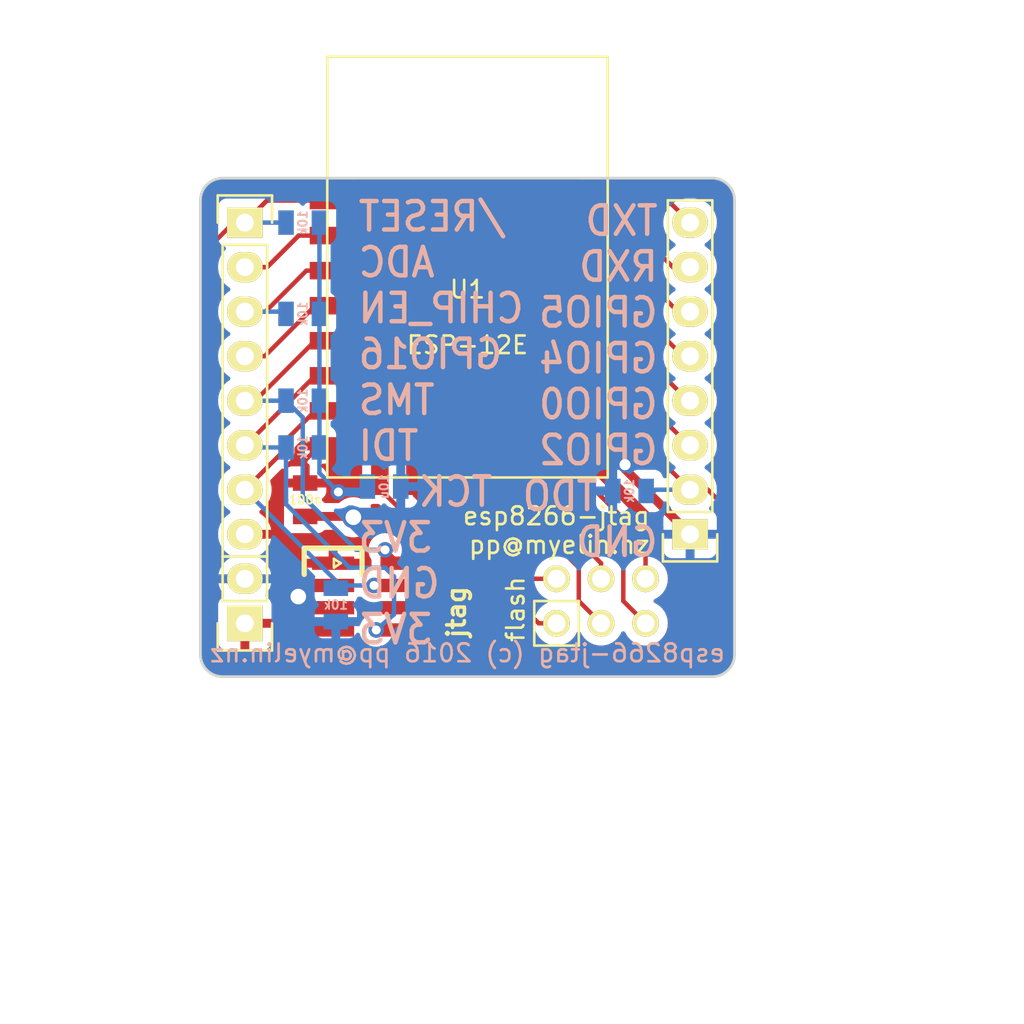
<source format=kicad_pcb>
(kicad_pcb (version 20221018) (generator pcbnew)
  (layers (0 "F.Cu" signal) (31 "B.Cu" signal) (34 "B.Paste" user) (35 "F.Paste" user) (36 "B.SilkS" user "B.Silkscreen") (37 "F.SilkS" user "F.Silkscreen") (38 "B.Mask" user) (39 "F.Mask" user) (44 "Edge.Cuts" user))
  (net 0 "")
  (net 1 "/nreset")
  (net 2 "Net-(CON1-Pad9)")
  (net 3 "/tdi")
  (net 4 "Net-(CON1-Pad7)")
  (net 5 "/3v3")
  (net 6 "/tms")
  (net 7 "/gnd")
  (net 8 "/tck")
  (net 9 "/tdo")
  (net 10 "/adc")
  (net 11 "/chip_en")
  (net 12 "/gpio16")
  (net 13 "/cs0")
  (net 14 "/miso")
  (net 15 "/gpio9")
  (net 16 "/gpio10")
  (net 17 "/mosi")
  (net 18 "/sclk")
  (net 19 "/gpio2")
  (net 20 "/gpio0")
  (net 21 "/gpio4")
  (net 22 "/gpio5")
  (net 23 "/u0rxd")
  (net 24 "/u0txd")
  (footprint "myelin-kicad:ESP8266-ESP-12E" (layer "F.Cu") (at 143.51 93.98)
    (fp_text reference "U1" (at 0 1.27 180) (layer "F.SilkS"))
    (fp_text value "ESP-12E" (at 0 4.445 180) (layer "F.SilkS"))
    (fp_line (start -8 -12) (end -8 12) (stroke (width 0.15)) (layer "F.SilkS"))
    (fp_line (start -8 12) (end 8 12) (stroke (width 0.15)) (layer "F.SilkS"))
    (fp_line (start 8 -12) (end -8 -12) (stroke (width 0.15)) (layer "F.SilkS"))
    (fp_line (start 8 -12) (end 8 12) (stroke (width 0.15)) (layer "F.SilkS"))
    (pad "1" smd rect (at -7.8 -3.8) (size 2.4 1) (layers "F.Cu" "F.Paste" "F.Mask") (net 1 "/nreset"))
    (pad "2" smd rect (at -7.8 -1.8) (size 2.4 1) (layers "F.Cu" "F.Paste" "F.Mask") (net 10 "/adc"))
    (pad "3" smd rect (at -7.8 0.2) (size 2.4 1) (layers "F.Cu" "F.Paste" "F.Mask") (net 11 "/chip_en"))
    (pad "4" smd rect (at -7.8 2.2) (size 2.4 1) (layers "F.Cu" "F.Paste" "F.Mask") (net 12 "/gpio16"))
    (pad "5" smd rect (at -7.8 4.2) (size 2.4 1) (layers "F.Cu" "F.Paste" "F.Mask") (net 6 "/tms"))
    (pad "6" smd rect (at -7.8 6.2) (size 2.4 1) (layers "F.Cu" "F.Paste" "F.Mask") (net 3 "/tdi"))
    (pad "7" smd rect (at -7.8 8.2) (size 2.4 1) (layers "F.Cu" "F.Paste" "F.Mask") (net 8 "/tck"))
    (pad "8" smd rect (at -7.8 10.2) (size 2.4 1) (layers "F.Cu" "F.Paste" "F.Mask") (net 5 "/3v3"))
    (pad "9" smd rect (at -5 11.8) (size 1 2.4) (layers "F.Cu" "F.Paste" "F.Mask") (net 13 "/cs0"))
    (pad "10" smd rect (at -3 11.8) (size 1 2.4) (layers "F.Cu" "F.Paste" "F.Mask") (net 14 "/miso"))
    (pad "11" smd rect (at -1 11.8) (size 1 2.4) (layers "F.Cu" "F.Paste" "F.Mask") (net 15 "/gpio9"))
    (pad "12" smd rect (at 1 11.8) (size 1 2.4) (layers "F.Cu" "F.Paste" "F.Mask") (net 16 "/gpio10"))
    (pad "13" smd rect (at 3 11.8) (size 1 2.4) (layers "F.Cu" "F.Paste" "F.Mask") (net 17 "/mosi"))
    (pad "14" smd rect (at 5 11.8) (size 1 2.4) (layers "F.Cu" "F.Paste" "F.Mask") (net 18 "/sclk"))
    (pad "15" smd rect (at 7.8 10.2) (size 2.4 1) (layers "F.Cu" "F.Paste" "F.Mask") (net 7 "/gnd"))
    (pad "16" smd rect (at 7.8 8.2) (size 2.4 1) (layers "F.Cu" "F.Paste" "F.Mask") (net 9 "/tdo"))
    (pad "17" smd rect (at 7.8 6.2) (size 2.4 1) (layers "F.Cu" "F.Paste" "F.Mask") (net 19 "/gpio2"))
    (pad "18" smd rect (at 7.8 4.2) (size 2.4 1) (layers "F.Cu" "F.Paste" "F.Mask") (net 20 "/gpio0"))
    (pad "19" smd rect (at 7.8 2.2) (size 2.4 1) (layers "F.Cu" "F.Paste" "F.Mask") (net 21 "/gpio4"))
    (pad "20" smd rect (at 7.8 0.2) (size 2.4 1) (layers "F.Cu" "F.Paste" "F.Mask") (net 22 "/gpio5"))
    (pad "21" smd rect (at 7.8 -1.8) (size 2.4 1) (layers "F.Cu" "F.Paste" "F.Mask") (net 23 "/u0rxd"))
    (pad "22" smd rect (at 7.8 -3.8) (size 2.4 1) (layers "F.Cu" "F.Paste" "F.Mask") (net 24 "/u0txd"))
  )
  (footprint "Pin_Headers:Pin_Header_Straight_1x08" (layer "F.Cu") (at 130.81 91.44)
    (fp_text reference "P1" hide)
    (fp_text value "CONN_01X08" hide)
    (fp_line (start -1.55 -1.55) (end 1.55 -1.55) (stroke (width 0.15)) (layer "F.SilkS"))
    (fp_line (start -1.55 0) (end -1.55 -1.55) (stroke (width 0.15)) (layer "F.SilkS"))
    (fp_line (start -1.27 19.05) (end -1.27 1.27) (stroke (width 0.15)) (layer "F.SilkS"))
    (fp_line (start 1.27 1.27) (end -1.27 1.27) (stroke (width 0.15)) (layer "F.SilkS"))
    (fp_line (start 1.27 1.27) (end 1.27 19.05) (stroke (width 0.15)) (layer "F.SilkS"))
    (fp_line (start 1.27 19.05) (end -1.27 19.05) (stroke (width 0.15)) (layer "F.SilkS"))
    (fp_line (start 1.55 -1.55) (end 1.55 0) (stroke (width 0.15)) (layer "F.SilkS"))
    (pad "1" thru_hole rect (at 0 0) (size 2.032 1.7272) (drill 1.016) (layers "*.Cu" "*.Mask" "F.SilkS") (net 1 "/nreset"))
    (pad "2" thru_hole oval (at 0 2.54) (size 2.032 1.7272) (drill 1.016) (layers "*.Cu" "*.Mask" "F.SilkS") (net 10 "/adc"))
    (pad "3" thru_hole oval (at 0 5.08) (size 2.032 1.7272) (drill 1.016) (layers "*.Cu" "*.Mask" "F.SilkS") (net 11 "/chip_en"))
    (pad "4" thru_hole oval (at 0 7.62) (size 2.032 1.7272) (drill 1.016) (layers "*.Cu" "*.Mask" "F.SilkS") (net 12 "/gpio16"))
    (pad "5" thru_hole oval (at 0 10.16) (size 2.032 1.7272) (drill 1.016) (layers "*.Cu" "*.Mask" "F.SilkS") (net 6 "/tms"))
    (pad "6" thru_hole oval (at 0 12.7) (size 2.032 1.7272) (drill 1.016) (layers "*.Cu" "*.Mask" "F.SilkS") (net 3 "/tdi"))
    (pad "7" thru_hole oval (at 0 15.24) (size 2.032 1.7272) (drill 1.016) (layers "*.Cu" "*.Mask" "F.SilkS") (net 8 "/tck"))
    (pad "8" thru_hole oval (at 0 17.78) (size 2.032 1.7272) (drill 1.016) (layers "*.Cu" "*.Mask" "F.SilkS") (net 5 "/3v3"))
  )
  (footprint "Pin_Headers:Pin_Header_Straight_1x08" (layer "F.Cu") (at 156.21 109.22 180)
    (fp_text reference "P3" hide)
    (fp_text value "CONN_01X08" hide)
    (fp_line (start -1.55 -1.55) (end 1.55 -1.55) (stroke (width 0.15)) (layer "F.SilkS"))
    (fp_line (start -1.55 0) (end -1.55 -1.55) (stroke (width 0.15)) (layer "F.SilkS"))
    (fp_line (start -1.27 19.05) (end -1.27 1.27) (stroke (width 0.15)) (layer "F.SilkS"))
    (fp_line (start 1.27 1.27) (end -1.27 1.27) (stroke (width 0.15)) (layer "F.SilkS"))
    (fp_line (start 1.27 1.27) (end 1.27 19.05) (stroke (width 0.15)) (layer "F.SilkS"))
    (fp_line (start 1.27 19.05) (end -1.27 19.05) (stroke (width 0.15)) (layer "F.SilkS"))
    (fp_line (start 1.55 -1.55) (end 1.55 0) (stroke (width 0.15)) (layer "F.SilkS"))
    (pad "1" thru_hole rect (at 0 0 180) (size 2.032 1.7272) (drill 1.016) (layers "*.Cu" "*.Mask" "F.SilkS") (net 7 "/gnd"))
    (pad "2" thru_hole oval (at 0 2.54 180) (size 2.032 1.7272) (drill 1.016) (layers "*.Cu" "*.Mask" "F.SilkS") (net 9 "/tdo"))
    (pad "3" thru_hole oval (at 0 5.08 180) (size 2.032 1.7272) (drill 1.016) (layers "*.Cu" "*.Mask" "F.SilkS") (net 19 "/gpio2"))
    (pad "4" thru_hole oval (at 0 7.62 180) (size 2.032 1.7272) (drill 1.016) (layers "*.Cu" "*.Mask" "F.SilkS") (net 20 "/gpio0"))
    (pad "5" thru_hole oval (at 0 10.16 180) (size 2.032 1.7272) (drill 1.016) (layers "*.Cu" "*.Mask" "F.SilkS") (net 21 "/gpio4"))
    (pad "6" thru_hole oval (at 0 12.7 180) (size 2.032 1.7272) (drill 1.016) (layers "*.Cu" "*.Mask" "F.SilkS") (net 22 "/gpio5"))
    (pad "7" thru_hole oval (at 0 15.24 180) (size 2.032 1.7272) (drill 1.016) (layers "*.Cu" "*.Mask" "F.SilkS") (net 23 "/u0rxd"))
    (pad "8" thru_hole oval (at 0 17.78 180) (size 2.032 1.7272) (drill 1.016) (layers "*.Cu" "*.Mask" "F.SilkS") (net 24 "/u0txd"))
  )
  (footprint "myelin-kicad:C0805_nosilkscreen" (layer "F.Cu") (at 134.25 107.25 -90)
    (fp_text reference "C2" hide)
    (fp_text value "100n" (at 0 0) (layer "F.SilkS") (effects (font (size 0.50038 0.50038) (thickness 0.10922))))
    (pad "1" smd rect (at -0.9525 0 270) (size 0.889 1.397) (layers "F.Cu" "F.Paste" "F.Mask") (net 5 "/3v3"))
    (pad "2" smd rect (at 0.9525 0 270) (size 0.889 1.397) (layers "F.Cu" "F.Paste" "F.Mask") (net 7 "/gnd"))
  )
  (footprint "myelin-kicad:pin_array_5x2_50mil_smd" (layer "F.Cu") (at 137.795 113.411 -90)
    (fp_text reference "CON1" hide)
    (fp_text value "jtag" (at 0.254 -5.08 90) (layer "F.SilkS") (effects (font (size 1.016 1.016) (thickness 0.2032))))
    (fp_line (start -3.4 3.6) (end -3.4 0.3) (stroke (width 0.3)) (layer "F.SilkS"))
    (fp_line (start -2.794 1.905) (end -2.413 1.905) (stroke (width 0.15)) (layer "F.SilkS"))
    (fp_line (start -2.54 1.524) (end -2.794 1.905) (stroke (width 0.15)) (layer "F.SilkS"))
    (fp_line (start -2.413 1.905) (end -2.286 1.905) (stroke (width 0.15)) (layer "F.SilkS"))
    (fp_line (start -2.286 1.905) (end -2.54 1.524) (stroke (width 0.15)) (layer "F.SilkS"))
    (fp_line (start -1.9 0.3) (end -3.4 0.3) (stroke (width 0.3)) (layer "F.SilkS"))
    (fp_line (start -1.9 3.6) (end -3.4 3.6) (stroke (width 0.3)) (layer "F.SilkS"))
    (pad "1" smd rect (at -2.54 1.95 270) (size 0.76 2.4) (layers "F.Cu" "F.Paste" "F.Mask") (net 5 "/3v3"))
    (pad "2" smd rect (at -2.54 -1.95 270) (size 0.76 2.4) (layers "F.Cu" "F.Paste" "F.Mask") (net 6 "/tms"))
    (pad "3" smd rect (at -1.27 1.95 270) (size 0.76 2.4) (layers "F.Cu" "F.Paste" "F.Mask") (net 7 "/gnd"))
    (pad "4" smd rect (at -1.27 -1.95 270) (size 0.76 2.4) (layers "F.Cu" "F.Paste" "F.Mask") (net 8 "/tck"))
    (pad "5" smd rect (at 0 1.95 270) (size 0.76 2.4) (layers "F.Cu" "F.Paste" "F.Mask") (net 7 "/gnd"))
    (pad "6" smd rect (at 0 -1.95 270) (size 0.76 2.4) (layers "F.Cu" "F.Paste" "F.Mask") (net 9 "/tdo"))
    (pad "7" smd rect (at 1.27 1.95 270) (size 0.76 2.4) (layers "F.Cu" "F.Paste" "F.Mask") (net 4 "Net-(CON1-Pad7)"))
    (pad "8" smd rect (at 1.27 -1.95 270) (size 0.76 2.4) (layers "F.Cu" "F.Paste" "F.Mask") (net 3 "/tdi"))
    (pad "9" smd rect (at 2.54 1.95 270) (size 0.76 2.4) (layers "F.Cu" "F.Paste" "F.Mask") (net 2 "Net-(CON1-Pad9)"))
    (pad "10" smd rect (at 2.54 -1.95 270) (size 0.76 2.4) (layers "F.Cu" "F.Paste" "F.Mask") (net 1 "/nreset"))
  )
  (footprint "myelin-kicad:pin_array_2x3_100mil_pth" (layer "F.Cu") (at 151.13 113.03)
    (fp_text reference "P2" hide)
    (fp_text value "flash" (at -4.88 0.47 90) (layer "F.SilkS"))
    (fp_line (start -3.81 0) (end -3.81 2.54) (stroke (width 0.15)) (layer "F.SilkS"))
    (fp_line (start -3.81 2.54) (end -1.27 2.54) (stroke (width 0.15)) (layer "F.SilkS"))
    (fp_line (start -1.27 0) (end -3.81 0) (stroke (width 0.15)) (layer "F.SilkS"))
    (fp_line (start -1.27 2.54) (end -1.27 0) (stroke (width 0.15)) (layer "F.SilkS"))
    (pad "1" thru_hole circle (at -2.54 1.27) (size 1.524 1.524) (drill 1.016) (layers "*.Cu" "*.Mask" "F.SilkS") (net 13 "/cs0"))
    (pad "2" thru_hole circle (at -2.54 -1.27) (size 1.524 1.524) (drill 1.016) (layers "*.Cu" "*.Mask" "F.SilkS") (net 14 "/miso"))
    (pad "3" thru_hole circle (at 0 1.27) (size 1.524 1.524) (drill 1.016) (layers "*.Cu" "*.Mask" "F.SilkS") (net 15 "/gpio9"))
    (pad "4" thru_hole circle (at 0 -1.27) (size 1.524 1.524) (drill 1.016) (layers "*.Cu" "*.Mask" "F.SilkS") (net 16 "/gpio10"))
    (pad "5" thru_hole circle (at 2.54 1.27) (size 1.524 1.524) (drill 1.016) (layers "*.Cu" "*.Mask" "F.SilkS") (net 17 "/mosi"))
    (pad "6" thru_hole circle (at 2.54 -1.27) (size 1.524 1.524) (drill 1.016) (layers "*.Cu" "*.Mask" "F.SilkS") (net 18 "/sclk"))
  )
  (footprint "Pin_Headers:Pin_Header_Straight_1x02" (layer "F.Cu") (at 130.81 114.3 180)
    (fp_text reference "P4" hide)
    (fp_text value "CONN_01X02" hide)
    (fp_line (start -1.55 -1.55) (end 1.55 -1.55) (stroke (width 0.15)) (layer "F.SilkS"))
    (fp_line (start -1.55 0) (end -1.55 -1.55) (stroke (width 0.15)) (layer "F.SilkS"))
    (fp_line (start -1.27 1.27) (end -1.27 3.81) (stroke (width 0.15)) (layer "F.SilkS"))
    (fp_line (start -1.27 3.81) (end 1.27 3.81) (stroke (width 0.15)) (layer "F.SilkS"))
    (fp_line (start 1.27 1.27) (end -1.27 1.27) (stroke (width 0.15)) (layer "F.SilkS"))
    (fp_line (start 1.27 1.27) (end 1.27 3.81) (stroke (width 0.15)) (layer "F.SilkS"))
    (fp_line (start 1.55 -1.55) (end 1.55 0) (stroke (width 0.15)) (layer "F.SilkS"))
    (pad "1" thru_hole rect (at 0 0 180) (size 2.032 2.032) (drill 1.016) (layers "*.Cu" "*.Mask" "F.SilkS") (net 5 "/3v3"))
    (pad "2" thru_hole oval (at 0 2.54 180) (size 2.032 1.7272) (drill 1.016) (layers "*.Cu" "*.Mask" "F.SilkS") (net 7 "/gnd"))
  )
  (footprint "myelin-kicad:C0805_nosilkscreen" (layer "B.Cu") (at 138.75 106.5)
    (fp_text reference "C1" hide)
    (fp_text value "10u" (at 0 0 270) (layer "B.SilkS") (effects (font (size 0.50038 0.50038) (thickness 0.10922)) (justify mirror)))
    (pad "1" smd rect (at -0.9525 0) (size 0.889 1.397) (layers "B.Cu" "B.Paste" "B.Mask") (net 5 "/3v3"))
    (pad "2" smd rect (at 0.9525 0) (size 0.889 1.397) (layers "B.Cu" "B.Paste" "B.Mask") (net 7 "/gnd"))
  )
  (footprint "myelin-kicad:R0805_nosilkscreen" (layer "B.Cu") (at 134.112 91.44)
    (fp_text reference "R1" hide)
    (fp_text value "10k" (at 0 0 270) (layer "B.SilkS") (effects (font (size 0.50038 0.50038) (thickness 0.10922)) (justify mirror)))
    (pad "1" smd rect (at -0.9525 0) (size 0.889 1.397) (layers "B.Cu" "B.Paste" "B.Mask") (net 1 "/nreset"))
    (pad "2" smd rect (at 0.9525 0) (size 0.889 1.397) (layers "B.Cu" "B.Paste" "B.Mask") (net 5 "/3v3"))
  )
  (footprint "myelin-kicad:R0805_nosilkscreen" (layer "B.Cu") (at 134.112 96.647)
    (fp_text reference "R2" hide)
    (fp_text value "10k" (at 0 0 270) (layer "B.SilkS") (effects (font (size 0.50038 0.50038) (thickness 0.10922)) (justify mirror)))
    (pad "1" smd rect (at -0.9525 0) (size 0.889 1.397) (layers "B.Cu" "B.Paste" "B.Mask") (net 11 "/chip_en"))
    (pad "2" smd rect (at 0.9525 0) (size 0.889 1.397) (layers "B.Cu" "B.Paste" "B.Mask") (net 5 "/3v3"))
  )
  (footprint "myelin-kicad:R0805_nosilkscreen" (layer "B.Cu") (at 152.75 106.75)
    (fp_text reference "R3" hide)
    (fp_text value "10k" (at 0 0 270) (layer "B.SilkS") (effects (font (size 0.50038 0.50038) (thickness 0.10922)) (justify mirror)))
    (pad "1" smd rect (at -0.9525 0) (size 0.889 1.397) (layers "B.Cu" "B.Paste" "B.Mask") (net 7 "/gnd"))
    (pad "2" smd rect (at 0.9525 0) (size 0.889 1.397) (layers "B.Cu" "B.Paste" "B.Mask") (net 9 "/tdo"))
  )
  (footprint "myelin-kicad:R0805_nosilkscreen" (layer "B.Cu") (at 134.112 101.6 180)
    (fp_text reference "R4" hide)
    (fp_text value "10k" (at 0 0 90) (layer "B.SilkS") (effects (font (size 0.50038 0.50038) (thickness 0.10922)) (justify mirror)))
    (pad "1" smd rect (at -0.9525 0 180) (size 0.889 1.397) (layers "B.Cu" "B.Paste" "B.Mask") (net 5 "/3v3"))
    (pad "2" smd rect (at 0.9525 0 180) (size 0.889 1.397) (layers "B.Cu" "B.Paste" "B.Mask") (net 6 "/tms"))
  )
  (footprint "myelin-kicad:R0805_nosilkscreen" (layer "B.Cu") (at 134.112 104.267 180)
    (fp_text reference "R5" hide)
    (fp_text value "10k" (at 0 0 90) (layer "B.SilkS") (effects (font (size 0.50038 0.50038) (thickness 0.10922)) (justify mirror)))
    (pad "1" smd rect (at -0.9525 0 180) (size 0.889 1.397) (layers "B.Cu" "B.Paste" "B.Mask") (net 5 "/3v3"))
    (pad "2" smd rect (at 0.9525 0 180) (size 0.889 1.397) (layers "B.Cu" "B.Paste" "B.Mask") (net 3 "/tdi"))
  )
  (footprint "myelin-kicad:R0805_nosilkscreen" (layer "B.Cu") (at 136 113.25 90)
    (fp_text reference "R6" hide)
    (fp_text value "10k" (at 0 0) (layer "B.SilkS") (effects (font (size 0.50038 0.50038) (thickness 0.10922)) (justify mirror)))
    (pad "1" smd rect (at -0.9525 0 90) (size 0.889 1.397) (layers "B.Cu" "B.Paste" "B.Mask") (net 7 "/gnd"))
    (pad "2" smd rect (at 0.9525 0 90) (size 0.889 1.397) (layers "B.Cu" "B.Paste" "B.Mask") (net 8 "/tck"))
  )
  (gr_line (start 158.75 116.078) (end 158.75 90.17) (stroke (width 0.15)) (layer "Edge.Cuts"))
  (gr_line (start 157.48 88.9) (end 129.54 88.9) (stroke (width 0.15)) (layer "Edge.Cuts"))
  (gr_arc (start 129.54 117.348) (mid 128.641974 116.976026) (end 128.27 116.078) (stroke (width 0.15)) (layer "Edge.Cuts"))
  (gr_line (start 129.54 117.348) (end 157.48 117.348) (stroke (width 0.15)) (layer "Edge.Cuts"))
  (gr_arc (start 157.48 88.9) (mid 158.378026 89.271974) (end 158.75 90.17) (stroke (width 0.15)) (layer "Edge.Cuts"))
  (gr_arc (start 128.27 90.17) (mid 128.641974 89.271974) (end 129.54 88.9) (stroke (width 0.15)) (layer "Edge.Cuts"))
  (gr_arc (start 158.75 116.078) (mid 158.378026 116.976026) (end 157.48 117.348) (stroke (width 0.15)) (layer "Edge.Cuts"))
  (gr_line (start 128.27 90.17) (end 128.27 116.078) (stroke (width 0.15)) (layer "Edge.Cuts"))
  (gr_text "TXD\nRXD\nGPIO5\nGPIO4\nGPIO0\nGPIO2\n   TDO\nGND" (at 154.5 100.5) (layer "B.SilkS") (effects (font (size 1.6256 1.5) (thickness 0.254)) (justify left mirror)))
  (gr_text "esp8266-jtag (c) 2016 pp@myelin.nz" (at 143.5 116) (layer "B.SilkS") (effects (font (size 1.016 1.016) (thickness 0.1524)) (justify mirror)))
  (gr_text "/RESET\nADC\nCHIP_EN\nGPIO16\nTMS\nTDI\nTCK   \n3V3\nGND\n3V3" (at 137.16 102.87) (layer "B.SilkS") (effects (font (size 1.6256 1.5) (thickness 0.254)) (justify right mirror)))
  (gr_text "esp8266-jtag\npp@myelin.nz" (at 154 109) (layer "F.SilkS") (effects (font (size 1.016 1.016) (thickness 0.1524)) (justify right)))
  (segment (start 130.82 91.45) (end 130.81 91.44) (width 0.25) (layer "F.Cu") (net 1))
  (segment (start 132.07 90.18) (end 130.81 91.44) (width 0.254) (layer "F.Cu") (net 1))
  (segment (start 132.07 90.18) (end 130.81 91.44) (width 0.254) (layer "F.Cu") (net 1))
  (segment (start 130.175 91.44) (end 129.032 92.583) (width 0.254) (layer "F.Cu") (net 1))
  (segment (start 129.032 92.583) (end 129.032 114.935) (width 0.254) (layer "F.Cu") (net 1))
  (segment (start 138.897 116.799) (end 139.745 115.951) (width 0.254) (layer "F.Cu") (net 1))
  (segment (start 129.0485 114.9515) (end 129.032 114.935) (width 0.254) (layer "F.Cu") (net 1))
  (segment (start 129.0485 115.7985) (end 130.049 116.799) (width 0.254) (layer "F.Cu") (net 1))
  (segment (start 130.049 116.799) (end 130.896 116.799) (width 0.254) (layer "F.Cu") (net 1))
  (segment (start 135.71 90.18) (end 132.07 90.18) (width 0.254) (layer "F.Cu") (net 1))
  (segment (start 129.0485 114.9515) (end 129.0485 115.7985) (width 0.254) (layer "F.Cu") (net 1))
  (segment (start 130.81 91.44) (end 130.175 91.44) (width 0.254) (layer "F.Cu") (net 1))
  (segment (start 138.897 116.799) (end 130.896 116.799) (width 0.254) (layer "F.Cu") (net 1))
  (segment (start 130.81 91.44) (end 133.1595 91.44) (width 0.254) (layer "B.Cu") (net 1))
  (segment (start 134.82 100.18) (end 130.86 104.14) (width 0.254) (layer "F.Cu") (net 3))
  (segment (start 130.86 104.14) (end 130.81 104.14) (width 0.254) (layer "F.Cu") (net 3))
  (segment (start 138.303 114.681) (end 138.43 114.554) (width 0.254) (layer "F.Cu") (net 3))
  (segment (start 138.43 114.554) (end 139.745 114.681) (width 0.254) (layer "F.Cu") (net 3))
  (segment (start 135.71 100.18) (end 134.82 100.18) (width 0.254) (layer "F.Cu") (net 3))
  (via (at 138.303 114.681) (size 0.889) (drill 0.508) (layers "F.Cu" "B.Cu") (net 3))
  (segment (start 130.937 104.267) (end 133.1595 104.267) (width 0.254) (layer "B.Cu") (net 3))
  (segment (start 133.1595 107.5055) (end 136.779 111.125) (width 0.254) (layer "B.Cu") (net 3))
  (segment (start 136.779 111.125) (end 138.811 111.125) (width 0.254) (layer "B.Cu") (net 3))
  (segment (start 138.811 111.125) (end 139.319 111.633) (width 0.254) (layer "B.Cu") (net 3))
  (segment (start 139.319 111.633) (end 139.319 113.792) (width 0.254) (layer "B.Cu") (net 3))
  (segment (start 139.319 113.792) (end 138.303 114.681) (width 0.254) (layer "B.Cu") (net 3))
  (segment (start 130.81 104.14) (end 130.937 104.267) (width 0.254) (layer "B.Cu") (net 3))
  (segment (start 133.1595 104.267) (end 133.1595 107.5055) (width 0.254) (layer "B.Cu") (net 3))
  (segment (start 136.144 104.614) (end 136.144 106.807) (width 0.508) (layer "F.Cu") (net 5))
  (segment (start 136.82 104.18) (end 138.75 102.25) (width 0.254) (layer "F.Cu") (net 5))
  (segment (start 138.75 102.25) (end 147.5 102.25) (width 0.254) (layer "F.Cu") (net 5))
  (segment (start 147.5 102.25) (end 149.5 104.25) (width 0.254) (layer "F.Cu") (net 5))
  (segment (start 149.5 104.25) (end 149.5 104.75) (width 0.254) (layer "F.Cu") (net 5))
  (segment (start 149.5 104.75) (end 150 105.25) (width 0.254) (layer "F.Cu") (net 5))
  (segment (start 150 105.25) (end 150.75 105.25) (width 0.254) (layer "F.Cu") (net 5))
  (segment (start 150.75 105.25) (end 152.5 107) (width 0.254) (layer "F.Cu") (net 5))
  (segment (start 135.07 104.18) (end 134.25 105) (width 0.254) (layer "F.Cu") (net 5))
  (segment (start 134.25 105) (end 134.25 106.2975) (width 0.254) (layer "F.Cu") (net 5))
  (segment (start 135.71 104.18) (end 136.144 104.614) (width 0.508) (layer "F.Cu") (net 5))
  (segment (start 135.71 104.18) (end 136.82 104.18) (width 0.254) (layer "F.Cu") (net 5))
  (segment (start 135.71 104.18) (end 135.07 104.18) (width 0.254) (layer "F.Cu") (net 5))
  (via (at 136.144 106.807) (size 0.889) (drill 0.508) (layers "F.Cu" "B.Cu") (net 5))
  (segment (start 136.144 106.807) (end 137.6045 106.807) (width 0.508) (layer "B.Cu") (net 5))
  (segment (start 137.6045 106.807) (end 137.7315 106.68) (width 0.508) (layer "B.Cu") (net 5))
  (segment (start 135.0645 105.7275) (end 136.144 106.807) (width 0.254) (layer "B.Cu") (net 5))
  (segment (start 135.0645 96.647) (end 135.0645 101.6) (width 0.254) (layer "B.Cu") (net 5))
  (segment (start 135.0645 101.6) (end 135.0645 104.267) (width 0.254) (layer "B.Cu") (net 5))
  (segment (start 135.0645 104.267) (end 135.0645 105.7275) (width 0.254) (layer "B.Cu") (net 5))
  (segment (start 135.0645 91.44) (end 135.0645 96.647) (width 0.254) (layer "B.Cu") (net 5))
  (segment (start 134.82 98.18) (end 131.4 101.6) (width 0.254) (layer "F.Cu") (net 6))
  (segment (start 131.4 101.6) (end 130.81 101.6) (width 0.254) (layer "F.Cu") (net 6))
  (segment (start 138.811 110.109) (end 139.573 110.871) (width 0.254) (layer "F.Cu") (net 6))
  (segment (start 139.573 110.871) (end 139.745 110.871) (width 0.254) (layer "F.Cu") (net 6))
  (segment (start 135.71 98.18) (end 134.82 98.18) (width 0.254) (layer "F.Cu") (net 6))
  (via (at 138.811 110.109) (size 0.889) (drill 0.508) (layers "F.Cu" "B.Cu") (net 6))
  (segment (start 137.16 110.109) (end 138.811 110.109) (width 0.254) (layer "B.Cu") (net 6))
  (segment (start 134.112 102.5525) (end 134.112 107.061) (width 0.254) (layer "B.Cu") (net 6))
  (segment (start 134.112 107.061) (end 137.16 110.109) (width 0.254) (layer "B.Cu") (net 6))
  (segment (start 130.81 101.6) (end 133.1595 101.6) (width 0.254) (layer "B.Cu") (net 6))
  (segment (start 133.1595 101.6) (end 134.112 102.5525) (width 0.254) (layer "B.Cu") (net 6))
  (segment (start 130.81 101.6) (end 130.81 101.727) (width 0.254) (layer "B.Cu") (net 6))
  (segment (start 151.43 104.18) (end 152.5 105.25) (width 0.508) (layer "F.Cu") (net 7))
  (segment (start 134.493 112.141) (end 133.858 112.776) (width 0.254) (layer "F.Cu") (net 7))
  (segment (start 134.493 113.411) (end 135.845 113.411) (width 0.254) (layer "F.Cu") (net 7))
  (segment (start 152.5 105.51) (end 156.21 109.22) (width 0.508) (layer "F.Cu") (net 7))
  (segment (start 136.9525 108.2025) (end 137 108.25) (width 0.508) (layer "F.Cu") (net 7))
  (segment (start 133.858 112.776) (end 134.493 113.411) (width 0.254) (layer "F.Cu") (net 7))
  (segment (start 152.5 105.25) (end 152.5 105.51) (width 0.508) (layer "F.Cu") (net 7))
  (segment (start 134.25 108.2025) (end 136.9525 108.2025) (width 0.508) (layer "F.Cu") (net 7))
  (segment (start 151.31 104.18) (end 151.43 104.18) (width 0.508) (layer "F.Cu") (net 7))
  (segment (start 135.845 112.141) (end 134.493 112.141) (width 0.254) (layer "F.Cu") (net 7))
  (via (at 133.858 112.776) (size 1.27) (drill 0.889) (layers "F.Cu" "B.Cu") (net 7))
  (via (at 152.5 105.25) (size 0.889) (drill 0.635) (layers "F.Cu" "B.Cu") (net 7))
  (via (at 137 108.25) (size 1.27) (drill 0.889) (layers "F.Cu" "B.Cu") (net 7))
  (segment (start 134.82 102.18) (end 133 104) (width 0.254) (layer "F.Cu") (net 8))
  (segment (start 133 104) (end 133 104.49) (width 0.254) (layer "F.Cu") (net 8))
  (segment (start 133 104.49) (end 130.81 106.68) (width 0.254) (layer "F.Cu") (net 8))
  (segment (start 139.854 112.25) (end 139.745 112.141) (width 0.1778) (layer "F.Cu") (net 8))
  (segment (start 139.745 112.141) (end 138.176 112.141) (width 0.254) (layer "F.Cu") (net 8))
  (segment (start 135.71 102.18) (end 134.82 102.18) (width 0.254) (layer "F.Cu") (net 8))
  (via (at 138.176 112.141) (size 0.889) (drill 0.508) (layers "F.Cu" "B.Cu") (net 8))
  (segment (start 136.271 112.141) (end 138.176 112.141) (width 0.254) (layer "B.Cu") (net 8))
  (segment (start 130.81 106.68) (end 136.271 112.141) (width 0.254) (layer "B.Cu") (net 8))
  (segment (start 152.43 102.18) (end 154 103.75) (width 0.254) (layer "F.Cu") (net 9))
  (segment (start 154 103.75) (end 154 104.47) (width 0.254) (layer "F.Cu") (net 9))
  (segment (start 154 104.47) (end 156.21 106.68) (width 0.254) (layer "F.Cu") (net 9))
  (segment (start 157.226 106.68) (end 158.115 107.569) (width 0.254) (layer "F.Cu") (net 9))
  (segment (start 158.115 107.569) (end 158.115 114.173) (width 0.254) (layer "F.Cu") (net 9))
  (segment (start 141.224 113.411) (end 141.986 114.173) (width 0.254) (layer "F.Cu") (net 9))
  (segment (start 141.986 114.173) (end 141.986 115.697) (width 0.254) (layer "F.Cu") (net 9))
  (segment (start 158.115 115.062) (end 156.845 116.332) (width 0.254) (layer "F.Cu") (net 9))
  (segment (start 142.621 116.332) (end 141.986 115.697) (width 0.254) (layer "F.Cu") (net 9))
  (segment (start 143.039 116.75) (end 156.427 116.75) (width 0.254) (layer "F.Cu") (net 9))
  (segment (start 156.427 116.75) (end 156.845 116.332) (width 0.254) (layer "F.Cu") (net 9))
  (segment (start 151.31 102.18) (end 152.43 102.18) (width 0.254) (layer "F.Cu") (net 9))
  (segment (start 156.21 106.68) (end 157.226 106.68) (width 0.254) (layer "F.Cu") (net 9))
  (segment (start 139.745 113.411) (end 141.224 113.411) (width 0.254) (layer "F.Cu") (net 9))
  (segment (start 158.115 114.173) (end 158.115 115.062) (width 0.254) (layer "F.Cu") (net 9))
  (segment (start 142.621 116.332) (end 143.039 116.75) (width 0.254) (layer "F.Cu") (net 9))
  (segment (start 154.2415 106.68) (end 156.21 106.68) (width 0.254) (layer "B.Cu") (net 9))
  (segment (start 153.6065 107.315) (end 154.2415 106.68) (width 0.254) (layer "B.Cu") (net 9))
  (segment (start 131.34 93.45) (end 130.81 93.98) (width 0.25) (layer "F.Cu") (net 10))
  (segment (start 133.88 92.18) (end 132.08 93.98) (width 0.254) (layer "F.Cu") (net 10))
  (segment (start 132.08 93.98) (end 130.81 93.98) (width 0.254) (layer "F.Cu") (net 10))
  (segment (start 133.88 92.18) (end 132.08 93.98) (width 0.254) (layer "F.Cu") (net 10))
  (segment (start 132.08 93.98) (end 130.81 93.98) (width 0.254) (layer "F.Cu") (net 10))
  (segment (start 135.71 92.18) (end 133.88 92.18) (width 0.254) (layer "F.Cu") (net 10))
  (segment (start 134.32 94.18) (end 131.98 96.52) (width 0.254) (layer "F.Cu") (net 11))
  (segment (start 131.98 96.52) (end 130.81 96.52) (width 0.254) (layer "F.Cu") (net 11))
  (segment (start 135.71 94.18) (end 134.32 94.18) (width 0.254) (layer "F.Cu") (net 11))
  (segment (start 133.0325 96.52) (end 133.1595 96.647) (width 0.254) (layer "B.Cu") (net 11))
  (segment (start 130.81 96.52) (end 133.0325 96.52) (width 0.254) (layer "B.Cu") (net 11))
  (segment (start 134.82 96.18) (end 131.94 99.06) (width 0.254) (layer "F.Cu") (net 12))
  (segment (start 131.94 99.06) (end 130.81 99.06) (width 0.254) (layer "F.Cu") (net 12))
  (segment (start 135.71 96.18) (end 134.82 96.18) (width 0.254) (layer "F.Cu") (net 12))
  (segment (start 138.51 106.633) (end 140.589 108.712) (width 0.254) (layer "F.Cu") (net 13))
  (segment (start 140.589 108.712) (end 141.986 108.712) (width 0.254) (layer "F.Cu") (net 13))
  (segment (start 141.986 108.712) (end 147.574 114.3) (width 0.254) (layer "F.Cu") (net 13))
  (segment (start 147.574 114.3) (end 148.59 114.3) (width 0.254) (layer "F.Cu") (net 13))
  (segment (start 138.51 105.78) (end 138.51 106.633) (width 0.254) (layer "F.Cu") (net 13))
  (segment (start 140.51 106.982) (end 141.351 107.823) (width 0.254) (layer "F.Cu") (net 14))
  (segment (start 141.351 107.823) (end 142.494 107.823) (width 0.254) (layer "F.Cu") (net 14))
  (segment (start 142.494 107.823) (end 143.129 108.458) (width 0.254) (layer "F.Cu") (net 14))
  (segment (start 147.447 111.76) (end 148.59 111.76) (width 0.254) (layer "F.Cu") (net 14))
  (segment (start 146.431 111.76) (end 147.447 111.76) (width 0.254) (layer "F.Cu") (net 14))
  (segment (start 140.51 105.78) (end 140.51 106.982) (width 0.254) (layer "F.Cu") (net 14))
  (segment (start 143.129 108.458) (end 146.431 111.76) (width 0.254) (layer "F.Cu") (net 14))
  (segment (start 149.86 111.125) (end 149.86 113.03) (width 0.254) (layer "F.Cu") (net 15))
  (segment (start 149.86 113.03) (end 151.13 114.3) (width 0.254) (layer "F.Cu") (net 15))
  (segment (start 142.51 106.696) (end 143.256 107.442) (width 0.254) (layer "F.Cu") (net 15))
  (segment (start 143.256 107.442) (end 144.78 107.442) (width 0.254) (layer "F.Cu") (net 15))
  (segment (start 144.78 107.442) (end 146.939 109.601) (width 0.254) (layer "F.Cu") (net 15))
  (segment (start 146.939 109.601) (end 148.336 109.601) (width 0.254) (layer "F.Cu") (net 15))
  (segment (start 148.336 109.601) (end 149.86 111.125) (width 0.254) (layer "F.Cu") (net 15))
  (segment (start 142.51 105.78) (end 142.51 106.823) (width 0.254) (layer "F.Cu") (net 15))
  (segment (start 142.51 105.78) (end 142.51 106.696) (width 0.254) (layer "F.Cu") (net 15))
  (segment (start 149.352 109.093) (end 151.13 110.871) (width 0.254) (layer "F.Cu") (net 16))
  (segment (start 151.13 110.871) (end 151.13 111.76) (width 0.254) (layer "F.Cu") (net 16))
  (segment (start 144.51 106.41) (end 145.542 107.442) (width 0.254) (layer "F.Cu") (net 16))
  (segment (start 145.542 107.442) (end 146.05 107.442) (width 0.254) (layer "F.Cu") (net 16))
  (segment (start 146.05 107.442) (end 147.701 109.093) (width 0.254) (layer "F.Cu") (net 16))
  (segment (start 147.701 109.093) (end 149.352 109.093) (width 0.254) (layer "F.Cu") (net 16))
  (segment (start 144.51 105.78) (end 144.51 106.41) (width 0.254) (layer "F.Cu") (net 16))
  (segment (start 144.51 105.78) (end 144.51 106.51) (width 0.254) (layer "F.Cu") (net 16))
  (segment (start 146.51 106.505) (end 147.574 107.569) (width 0.254) (layer "F.Cu") (net 17))
  (segment (start 147.574 107.569) (end 149.987 107.569) (width 0.254) (layer "F.Cu") (net 17))
  (segment (start 149.987 107.569) (end 152.4 109.982) (width 0.254) (layer "F.Cu") (net 17))
  (segment (start 152.4 109.982) (end 152.4 113.03) (width 0.254) (layer "F.Cu") (net 17))
  (segment (start 152.4 113.03) (end 153.67 114.3) (width 0.254) (layer "F.Cu") (net 17))
  (segment (start 146.51 105.78) (end 146.51 106.505) (width 0.254) (layer "F.Cu") (net 17))
  (segment (start 149.849 105.78) (end 153.67 109.601) (width 0.254) (layer "F.Cu") (net 18))
  (segment (start 153.67 109.601) (end 153.67 111.76) (width 0.254) (layer "F.Cu") (net 18))
  (segment (start 148.51 105.78) (end 148.78 105.78) (width 0.254) (layer "F.Cu") (net 18))
  (segment (start 148.51 105.78) (end 149.849 105.78) (width 0.254) (layer "F.Cu") (net 18))
  (segment (start 152.18 100.18) (end 156.14 104.14) (width 0.254) (layer "F.Cu") (net 19))
  (segment (start 156.14 104.14) (end 156.21 104.14) (width 0.254) (layer "F.Cu") (net 19))
  (segment (start 151.31 100.18) (end 152.18 100.18) (width 0.254) (layer "F.Cu") (net 19))
  (segment (start 152.68 98.18) (end 156.1 101.6) (width 0.254) (layer "F.Cu") (net 20))
  (segment (start 156.1 101.6) (end 156.21 101.6) (width 0.254) (layer "F.Cu") (net 20))
  (segment (start 151.31 98.18) (end 152.68 98.18) (width 0.254) (layer "F.Cu") (net 20))
  (segment (start 152.93 96.18) (end 155.81 99.06) (width 0.254) (layer "F.Cu") (net 21))
  (segment (start 155.81 99.06) (end 156.21 99.06) (width 0.254) (layer "F.Cu") (net 21))
  (segment (start 151.31 96.18) (end 152.93 96.18) (width 0.254) (layer "F.Cu") (net 21))
  (segment (start 153.18 94.18) (end 155.52 96.52) (width 0.254) (layer "F.Cu") (net 22))
  (segment (start 155.52 96.52) (end 156.21 96.52) (width 0.254) (layer "F.Cu") (net 22))
  (segment (start 151.31 94.18) (end 153.18 94.18) (width 0.254) (layer "F.Cu") (net 22))
  (segment (start 155.68 93.45) (end 156.21 93.98) (width 0.25) (layer "F.Cu") (net 23))
  (segment (start 153.43 92.18) (end 155.23 93.98) (width 0.254) (layer "F.Cu") (net 23))
  (segment (start 155.23 93.98) (end 156.21 93.98) (width 0.254) (layer "F.Cu") (net 23))
  (segment (start 151.31 92.18) (end 153.43 92.18) (width 0.254) (layer "F.Cu") (net 23))
  (segment (start 156.2 91.45) (end 156.21 91.44) (width 0.25) (layer "F.Cu") (net 24))
  (segment (start 154.95 90.18) (end 156.21 91.44) (width 0.254) (layer "F.Cu") (net 24))
  (segment (start 151.31 90.18) (end 154.95 90.18) (width 0.254) (layer "F.Cu") (net 24))
  (zone (net 5) (net_name "/3v3") (layer "F.Cu") (connect_pads (clearance 0.508)) (min_thickness 0.254) (fill yes (thermal_gap 0.508) (thermal_bridge_width 0.508))
    (polygon (pts (xy 175.26 134.62) (xy 116.84 134.62) (xy 116.84 81.28) (xy 175.26 81.28)))
  )
  (zone (net 7) (net_name "/gnd") (layer "B.Cu") (connect_pads (clearance 0.508)) (min_thickness 0.254) (fill yes (thermal_gap 0.508) (thermal_bridge_width 0.508))
    (polygon (pts (xy 172.72 137.16) (xy 119.38 137.16) (xy 119.38 78.74) (xy 172.72 78.74)))
  )
)
</source>
